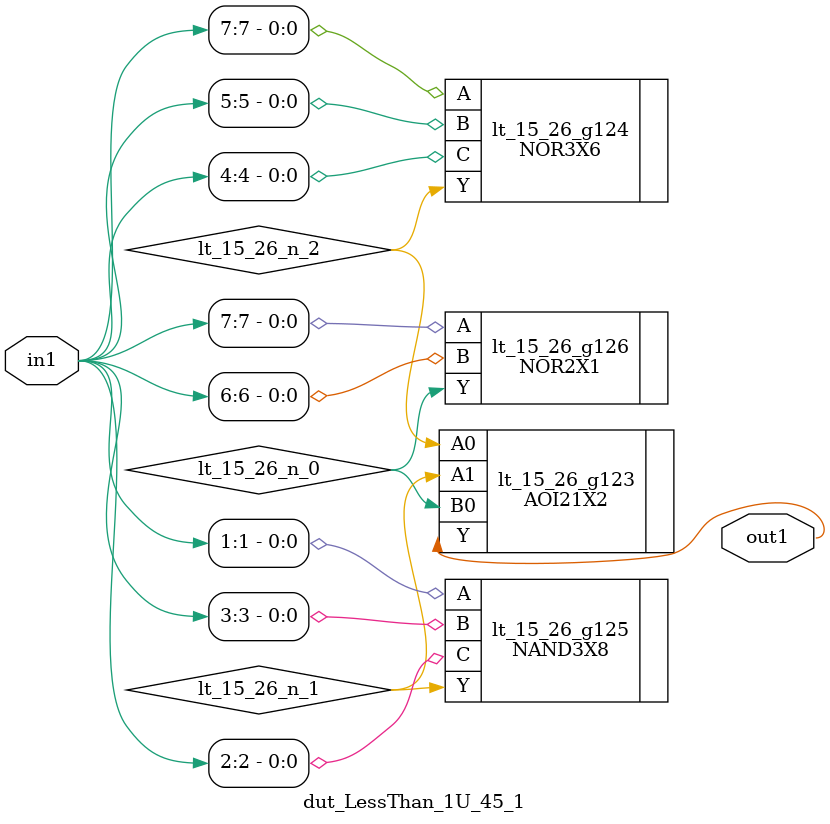
<source format=v>
`timescale 1ps / 1ps


module dut_LessThan_1U_45_1(in1, out1);
  input [7:0] in1;
  output out1;
  wire [7:0] in1;
  wire out1;
  wire lt_15_26_n_0, lt_15_26_n_1, lt_15_26_n_2;
  AOI21X2 lt_15_26_g123(.A0 (lt_15_26_n_2), .A1 (lt_15_26_n_1), .B0
       (lt_15_26_n_0), .Y (out1));
  NOR3X6 lt_15_26_g124(.A (in1[7]), .B (in1[5]), .C (in1[4]), .Y
       (lt_15_26_n_2));
  NAND3X8 lt_15_26_g125(.A (in1[1]), .B (in1[3]), .C (in1[2]), .Y
       (lt_15_26_n_1));
  NOR2X1 lt_15_26_g126(.A (in1[7]), .B (in1[6]), .Y (lt_15_26_n_0));
endmodule



</source>
